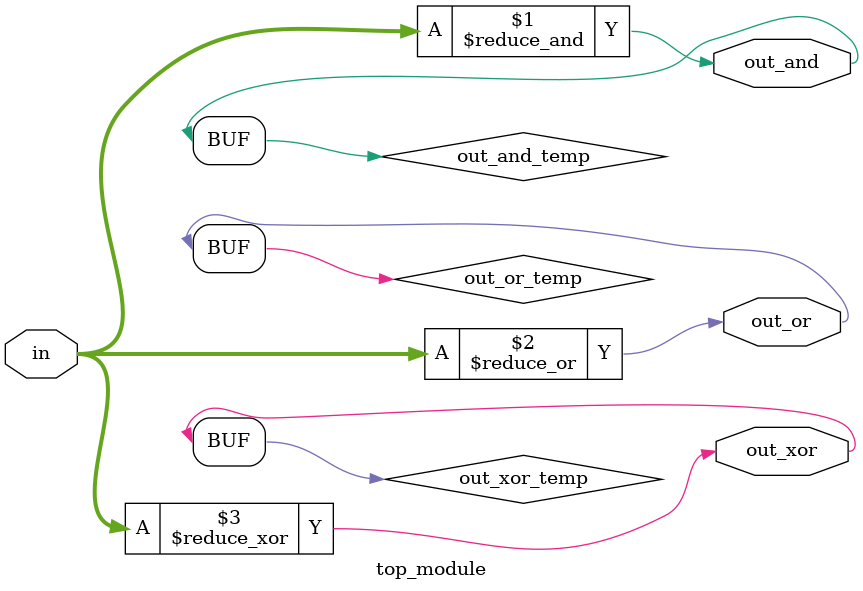
<source format=sv>
module top_module (
	input [99:0] in,
	output out_and,
	output out_or,
	output out_xor
);

  wire out_and_temp;
  wire out_or_temp;
  wire out_xor_temp;

  assign out_and_temp = &in;
  assign out_or_temp = |in;
  assign out_xor_temp = ^in;

  assign out_and = out_and_temp;
  assign out_or = out_or_temp;
  assign out_xor = out_xor_temp;
  
endmodule

</source>
